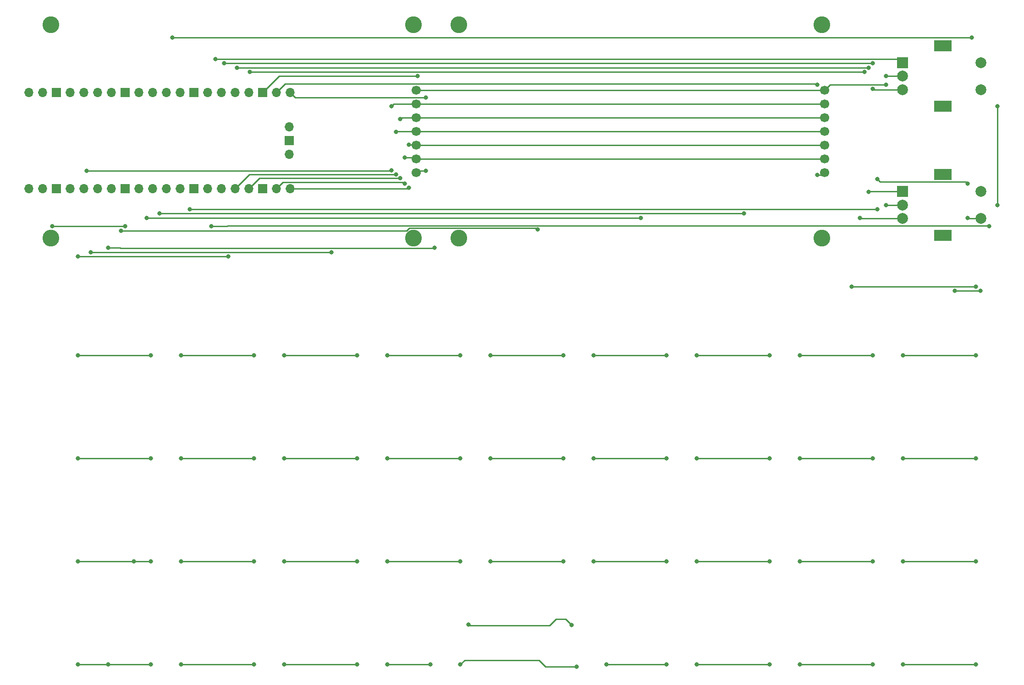
<source format=gbr>
%TF.GenerationSoftware,KiCad,Pcbnew,(6.0.4-0)*%
%TF.CreationDate,2022-09-25T09:44:29-05:00*%
%TF.ProjectId,mekko5X,6d656b6b-6f35-4582-9e6b-696361645f70,rev?*%
%TF.SameCoordinates,Original*%
%TF.FileFunction,Copper,L1,Top*%
%TF.FilePolarity,Positive*%
%FSLAX46Y46*%
G04 Gerber Fmt 4.6, Leading zero omitted, Abs format (unit mm)*
G04 Created by KiCad (PCBNEW (6.0.4-0)) date 2022-09-25 09:44:29*
%MOMM*%
%LPD*%
G01*
G04 APERTURE LIST*
%TA.AperFunction,ComponentPad*%
%ADD10C,3.100000*%
%TD*%
%TA.AperFunction,ComponentPad*%
%ADD11C,1.700000*%
%TD*%
%TA.AperFunction,ComponentPad*%
%ADD12R,2.000000X2.000000*%
%TD*%
%TA.AperFunction,ComponentPad*%
%ADD13C,2.000000*%
%TD*%
%TA.AperFunction,ComponentPad*%
%ADD14R,3.200000X2.000000*%
%TD*%
%TA.AperFunction,ComponentPad*%
%ADD15O,1.700000X1.700000*%
%TD*%
%TA.AperFunction,ComponentPad*%
%ADD16R,1.700000X1.700000*%
%TD*%
%TA.AperFunction,ViaPad*%
%ADD17C,0.800000*%
%TD*%
%TA.AperFunction,Conductor*%
%ADD18C,0.250000*%
%TD*%
G04 APERTURE END LIST*
D10*
%TO.P,U2,*%
%TO.N,*%
X161992500Y-17461250D03*
X94992500Y-17461250D03*
X161992500Y-56961250D03*
X94992500Y-56961250D03*
D11*
%TO.P,U2,1,vss*%
%TO.N,gnd*%
X162492500Y-29591250D03*
%TO.P,U2,2,vdd*%
%TO.N,3v3*%
X162492500Y-32131250D03*
%TO.P,U2,3,sclk*%
%TO.N,sclk*%
X162492500Y-34671250D03*
%TO.P,U2,4,sda*%
%TO.N,sda*%
X162492500Y-37211250D03*
%TO.P,U2,5,res*%
%TO.N,res*%
X162492500Y-39751250D03*
%TO.P,U2,6,dc*%
%TO.N,dc*%
X162492500Y-42291250D03*
%TO.P,U2,7,cs*%
%TO.N,cs2*%
X162492500Y-44831250D03*
%TD*%
D10*
%TO.P,U1,*%
%TO.N,*%
X86586250Y-17461250D03*
X19586250Y-17461250D03*
X86586250Y-56961250D03*
X19586250Y-56961250D03*
D11*
%TO.P,U1,1,vss*%
%TO.N,gnd*%
X87086250Y-29591250D03*
%TO.P,U1,2,vdd*%
%TO.N,3v3*%
X87086250Y-32131250D03*
%TO.P,U1,3,sclk*%
%TO.N,sclk*%
X87086250Y-34671250D03*
%TO.P,U1,4,sda*%
%TO.N,sda*%
X87086250Y-37211250D03*
%TO.P,U1,5,res*%
%TO.N,res*%
X87086250Y-39751250D03*
%TO.P,U1,6,dc*%
%TO.N,dc*%
X87086250Y-42291250D03*
%TO.P,U1,7,cs*%
%TO.N,cs1*%
X87086250Y-44831250D03*
%TD*%
D12*
%TO.P,SW1,A,A*%
%TO.N,a1*%
X176900000Y-24487500D03*
D13*
%TO.P,SW1,B,B*%
%TO.N,b1*%
X176900000Y-29487500D03*
%TO.P,SW1,C,C*%
%TO.N,gnd*%
X176900000Y-26987500D03*
D14*
%TO.P,SW1,MP*%
%TO.N,N/C*%
X184400000Y-32587500D03*
X184400000Y-21387500D03*
D13*
%TO.P,SW1,S1,S1*%
%TO.N,c9*%
X191400000Y-29487500D03*
%TO.P,SW1,S2,S2*%
%TO.N,Net-(D1-Pad2)*%
X191400000Y-24487500D03*
%TD*%
D12*
%TO.P,SW2,A,A*%
%TO.N,a2*%
X176900000Y-48300000D03*
D13*
%TO.P,SW2,B,B*%
%TO.N,b2*%
X176900000Y-53300000D03*
%TO.P,SW2,C,C*%
%TO.N,gnd*%
X176900000Y-50800000D03*
D14*
%TO.P,SW2,MP*%
%TO.N,N/C*%
X184400000Y-56400000D03*
X184400000Y-45200000D03*
D13*
%TO.P,SW2,S1,S1*%
%TO.N,c10*%
X191400000Y-53300000D03*
%TO.P,SW2,S2,S2*%
%TO.N,Net-(D2-Pad2)*%
X191400000Y-48300000D03*
%TD*%
D15*
%TO.P,U3,1,GPIO0*%
%TO.N,c1*%
X15557500Y-30003750D03*
%TO.P,U3,2,GPIO1*%
%TO.N,c2*%
X18097500Y-30003750D03*
D16*
%TO.P,U3,3,GND*%
%TO.N,unconnected-(U3-Pad3)*%
X20637500Y-30003750D03*
D15*
%TO.P,U3,4,GPIO2*%
%TO.N,c3*%
X23177500Y-30003750D03*
%TO.P,U3,5,GPIO3*%
%TO.N,c4*%
X25717500Y-30003750D03*
%TO.P,U3,6,GPIO4*%
%TO.N,c5*%
X28257500Y-30003750D03*
%TO.P,U3,7,GPIO5*%
%TO.N,c6*%
X30797500Y-30003750D03*
D16*
%TO.P,U3,8,GND*%
%TO.N,unconnected-(U3-Pad8)*%
X33337500Y-30003750D03*
D15*
%TO.P,U3,9,GPIO6*%
%TO.N,c7*%
X35877500Y-30003750D03*
%TO.P,U3,10,GPIO7*%
%TO.N,c8*%
X38417500Y-30003750D03*
%TO.P,U3,11,GPIO8*%
%TO.N,c9*%
X40957500Y-30003750D03*
%TO.P,U3,12,GPIO9*%
%TO.N,c10*%
X43497500Y-30003750D03*
D16*
%TO.P,U3,13,GND*%
%TO.N,unconnected-(U3-Pad13)*%
X46037500Y-30003750D03*
D15*
%TO.P,U3,14,GPIO10*%
%TO.N,a1*%
X48577500Y-30003750D03*
%TO.P,U3,15,GPIO11*%
%TO.N,b1*%
X51117500Y-30003750D03*
%TO.P,U3,16,GPIO12*%
%TO.N,a2*%
X53657500Y-30003750D03*
%TO.P,U3,17,GPIO13*%
%TO.N,b2*%
X56197500Y-30003750D03*
D16*
%TO.P,U3,18,GND*%
%TO.N,gnd*%
X58737500Y-30003750D03*
D15*
%TO.P,U3,19,GPIO14*%
%TO.N,cs2*%
X61277500Y-30003750D03*
%TO.P,U3,20,GPIO15*%
%TO.N,cs1*%
X63817500Y-30003750D03*
%TO.P,U3,21,GPIO16*%
%TO.N,res*%
X63817500Y-47783750D03*
%TO.P,U3,22,GPIO17*%
%TO.N,dc*%
X61277500Y-47783750D03*
D16*
%TO.P,U3,23,GND*%
%TO.N,gnd*%
X58737500Y-47783750D03*
D15*
%TO.P,U3,24,GPIO18*%
%TO.N,sclk*%
X56197500Y-47783750D03*
%TO.P,U3,25,GPIO19*%
%TO.N,sda*%
X53657500Y-47783750D03*
%TO.P,U3,26,GPIO20*%
%TO.N,unconnected-(U3-Pad26)*%
X51117500Y-47783750D03*
%TO.P,U3,27,GPIO21*%
%TO.N,r1*%
X48577500Y-47783750D03*
D16*
%TO.P,U3,28,GND*%
%TO.N,unconnected-(U3-Pad28)*%
X46037500Y-47783750D03*
D15*
%TO.P,U3,29,GPIO22*%
%TO.N,r2*%
X43497500Y-47783750D03*
%TO.P,U3,30,RUN*%
%TO.N,unconnected-(U3-Pad30)*%
X40957500Y-47783750D03*
%TO.P,U3,31,GPIO26_ADC0*%
%TO.N,r3*%
X38417500Y-47783750D03*
%TO.P,U3,32,GPIO27_ADC1*%
%TO.N,r4*%
X35877500Y-47783750D03*
D16*
%TO.P,U3,33,AGND*%
%TO.N,unconnected-(U3-Pad33)*%
X33337500Y-47783750D03*
D15*
%TO.P,U3,34,GPIO28_ADC2*%
%TO.N,r5*%
X30797500Y-47783750D03*
%TO.P,U3,35,ADC_VREF*%
%TO.N,unconnected-(U3-Pad35)*%
X28257500Y-47783750D03*
%TO.P,U3,36,3V3*%
%TO.N,3v3*%
X25717500Y-47783750D03*
%TO.P,U3,37,3V3_EN*%
%TO.N,unconnected-(U3-Pad37)*%
X23177500Y-47783750D03*
D16*
%TO.P,U3,38,GND*%
%TO.N,unconnected-(U3-Pad38)*%
X20637500Y-47783750D03*
D15*
%TO.P,U3,39,VSYS*%
%TO.N,unconnected-(U3-Pad39)*%
X18097500Y-47783750D03*
%TO.P,U3,40,VBUS*%
%TO.N,unconnected-(U3-Pad40)*%
X15557500Y-47783750D03*
%TO.P,U3,41,SWCLK*%
%TO.N,unconnected-(U3-Pad41)*%
X63587500Y-36353750D03*
D16*
%TO.P,U3,42,GND*%
%TO.N,unconnected-(U3-Pad42)*%
X63587500Y-38893750D03*
D15*
%TO.P,U3,43,SWDIO*%
%TO.N,unconnected-(U3-Pad43)*%
X63587500Y-41433750D03*
%TD*%
D17*
%TO.N,cs2*%
X161131250Y-45243750D03*
X161131250Y-28575000D03*
%TO.N,cs1*%
X88900000Y-44450000D03*
%TO.N,gnd*%
X173831250Y-28575000D03*
%TO.N,cs1*%
X88900000Y-30956250D03*
%TO.N,res*%
X85725000Y-39687500D03*
%TO.N,dc*%
X84931250Y-42068750D03*
%TO.N,sclk*%
X84137500Y-34925000D03*
%TO.N,3v3*%
X82550000Y-32543750D03*
%TO.N,gnd*%
X87312500Y-26987500D03*
%TO.N,r1*%
X194468750Y-50800000D03*
X192881250Y-54768750D03*
X49212500Y-54768750D03*
X194468750Y-32543750D03*
%TO.N,r2*%
X24606250Y-78581250D03*
X152400000Y-78581250D03*
X76200000Y-78581250D03*
X133350000Y-78581250D03*
X81756250Y-78581250D03*
X57150000Y-78581250D03*
X119856250Y-78581250D03*
X177006250Y-78581250D03*
X190500000Y-78581250D03*
X114300000Y-78581250D03*
X43656250Y-78581250D03*
X62706250Y-78581250D03*
X157956250Y-78581250D03*
X100806250Y-78581250D03*
X171450000Y-78581250D03*
X138906250Y-78581250D03*
X95250000Y-78581250D03*
X38100000Y-78581250D03*
%TO.N,r3*%
X157956250Y-97631250D03*
X95250000Y-97631250D03*
X152400000Y-97631250D03*
X138906250Y-97631250D03*
X57150000Y-97631250D03*
X76200000Y-97631250D03*
X133350000Y-97631250D03*
X119856250Y-97631250D03*
X114300000Y-97631250D03*
X190500000Y-97631250D03*
X177006250Y-97631250D03*
X81756250Y-97631250D03*
X171450000Y-97631250D03*
X100806250Y-97631250D03*
X43656250Y-97631250D03*
X24606250Y-97631250D03*
X62706250Y-97631250D03*
X38100000Y-97631250D03*
%TO.N,r4*%
X177006250Y-116681250D03*
X76200000Y-116681250D03*
X119856250Y-116681250D03*
X81756250Y-116681250D03*
X190500000Y-116681250D03*
X171450000Y-116681250D03*
X57150000Y-116681250D03*
X34925000Y-116681250D03*
X100806250Y-116681250D03*
X43656250Y-116681250D03*
X38100000Y-116681250D03*
X138906250Y-116681250D03*
X133350000Y-116681250D03*
X24606250Y-116681250D03*
X62706250Y-116681250D03*
X114300000Y-116681250D03*
X95250000Y-116681250D03*
X152400000Y-116681250D03*
X157956250Y-116681250D03*
%TO.N,r5*%
X89693750Y-135731250D03*
X152400000Y-135731250D03*
X76200000Y-135731250D03*
X62706250Y-135731250D03*
X30162500Y-135731250D03*
X57150000Y-135731250D03*
X171450000Y-135731250D03*
X157956250Y-135731250D03*
X81756250Y-135731250D03*
X122237500Y-135731250D03*
X116681250Y-136152002D03*
X43656250Y-135731250D03*
X190500000Y-135731250D03*
X38100000Y-135731250D03*
X24606250Y-135731250D03*
X138906250Y-135731250D03*
X95250000Y-135731250D03*
X133350000Y-135731250D03*
X177006250Y-135731250D03*
%TO.N,a1*%
X50006250Y-23812500D03*
%TO.N,b1*%
X171450000Y-29368750D03*
X51593750Y-24606250D03*
X171450000Y-24606250D03*
%TO.N,gnd*%
X173831250Y-50800000D03*
X173831250Y-26987500D03*
%TO.N,c9*%
X189706250Y-19843750D03*
X190500000Y-65881250D03*
X167481250Y-65881250D03*
X42068750Y-19843750D03*
%TO.N,a2*%
X170656250Y-25400000D03*
X170656250Y-48418750D03*
X53975000Y-25400000D03*
%TO.N,b2*%
X169068750Y-53181250D03*
X56356250Y-26193750D03*
X169862500Y-26193750D03*
%TO.N,c10*%
X191293750Y-66675000D03*
X172243750Y-51593750D03*
X45243750Y-51593750D03*
X188912500Y-46831250D03*
X186531250Y-66675000D03*
X188912500Y-53181250D03*
X172243750Y-46037500D03*
%TO.N,c2*%
X33337500Y-54768750D03*
X19843750Y-54768750D03*
%TO.N,c3*%
X52387500Y-60325000D03*
X24606250Y-60325000D03*
%TO.N,c4*%
X26987500Y-59531250D03*
X71437500Y-59560261D03*
%TO.N,c5*%
X30162500Y-58737500D03*
X96724215Y-128395596D03*
X90487500Y-58737500D03*
X115761456Y-128435499D03*
%TO.N,c6*%
X109537500Y-55349011D03*
X32543750Y-55562500D03*
%TO.N,c7*%
X128587500Y-53181250D03*
X37306250Y-53181250D03*
%TO.N,c8*%
X39687500Y-52387500D03*
X147637500Y-52387500D03*
%TO.N,3v3*%
X26193750Y-44450000D03*
X82550000Y-44435739D03*
%TO.N,sclk*%
X84137500Y-45884739D03*
%TO.N,sda*%
X83343750Y-37306250D03*
X83343750Y-45160239D03*
%TO.N,res*%
X85725000Y-47625000D03*
%TO.N,dc*%
X84931250Y-46831250D03*
%TD*%
D18*
%TO.N,cs2*%
X62864511Y-28416739D02*
X160972989Y-28416739D01*
X160972989Y-28416739D02*
X161131250Y-28575000D01*
X162080000Y-45243750D02*
X162492500Y-44831250D01*
X161131250Y-45243750D02*
X162080000Y-45243750D01*
%TO.N,cs1*%
X88900000Y-44450000D02*
X87467500Y-44450000D01*
X87467500Y-44450000D02*
X87086250Y-44831250D01*
%TO.N,gnd*%
X162492500Y-29591250D02*
X163508750Y-28575000D01*
X163508750Y-28575000D02*
X173831250Y-28575000D01*
X87086250Y-29591250D02*
X162492500Y-29591250D01*
%TO.N,cs1*%
X64770000Y-30956250D02*
X88900000Y-30956250D01*
X63817500Y-30003750D02*
X64770000Y-30956250D01*
%TO.N,res*%
X85725000Y-39687500D02*
X87022500Y-39687500D01*
X87022500Y-39687500D02*
X87086250Y-39751250D01*
%TO.N,dc*%
X86863750Y-42068750D02*
X87086250Y-42291250D01*
X84931250Y-42068750D02*
X86863750Y-42068750D01*
%TO.N,sclk*%
X84137500Y-34925000D02*
X84391250Y-34671250D01*
X84391250Y-34671250D02*
X87086250Y-34671250D01*
%TO.N,3v3*%
X82962500Y-32131250D02*
X87086250Y-32131250D01*
X82550000Y-32543750D02*
X82962500Y-32131250D01*
%TO.N,gnd*%
X61753750Y-26987500D02*
X87312500Y-26987500D01*
X58737500Y-30003750D02*
X61753750Y-26987500D01*
%TO.N,3v3*%
X87086250Y-32131250D02*
X162492500Y-32131250D01*
%TO.N,r1*%
X52243261Y-54624511D02*
X192737011Y-54624511D01*
X52099022Y-54768750D02*
X52243261Y-54624511D01*
X192737011Y-54624511D02*
X192881250Y-54768750D01*
X194468750Y-32543750D02*
X194468750Y-50800000D01*
X49212500Y-54768750D02*
X52099022Y-54768750D01*
%TO.N,r2*%
X95250000Y-78581250D02*
X81756250Y-78581250D01*
X76200000Y-78581250D02*
X62706250Y-78581250D01*
X171450000Y-78581250D02*
X157956250Y-78581250D01*
X133350000Y-78581250D02*
X119856250Y-78581250D01*
X57150000Y-78581250D02*
X43656250Y-78581250D01*
X114300000Y-78581250D02*
X100806250Y-78581250D01*
X38100000Y-78581250D02*
X24606250Y-78581250D01*
X152400000Y-78581250D02*
X138906250Y-78581250D01*
X190500000Y-78581250D02*
X177006250Y-78581250D01*
%TO.N,r3*%
X24606250Y-97631250D02*
X38100000Y-97631250D01*
X100806250Y-97631250D02*
X114300000Y-97631250D01*
X119856250Y-97631250D02*
X133350000Y-97631250D01*
X81756250Y-97631250D02*
X95250000Y-97631250D01*
X177006250Y-97631250D02*
X190500000Y-97631250D01*
X62706250Y-97631250D02*
X76200000Y-97631250D01*
X138906250Y-97631250D02*
X152400000Y-97631250D01*
X157956250Y-97631250D02*
X171450000Y-97631250D01*
X43656250Y-97631250D02*
X57150000Y-97631250D01*
%TO.N,r4*%
X43656250Y-116681250D02*
X57150000Y-116681250D01*
X62706250Y-116681250D02*
X76200000Y-116681250D01*
X100806250Y-116681250D02*
X114300000Y-116681250D01*
X119856250Y-116681250D02*
X133350000Y-116681250D01*
X81756250Y-116681250D02*
X95250000Y-116681250D01*
X157956250Y-116681250D02*
X171450000Y-116681250D01*
X177006250Y-116681250D02*
X190500000Y-116681250D01*
X138906250Y-116681250D02*
X152400000Y-116681250D01*
X24606250Y-116681250D02*
X38100000Y-116681250D01*
%TO.N,r5*%
X30162500Y-135731250D02*
X24606250Y-135731250D01*
X122237500Y-135731250D02*
X133350000Y-135731250D01*
X95250000Y-135731250D02*
X96013271Y-134967979D01*
X96013271Y-134967979D02*
X109774505Y-134967979D01*
X116656231Y-136177021D02*
X116681250Y-136152002D01*
X110983547Y-136177021D02*
X116656231Y-136177021D01*
X62706250Y-135731250D02*
X76200000Y-135731250D01*
X157956250Y-135731250D02*
X171450000Y-135731250D01*
X109774505Y-134967979D02*
X110983547Y-136177021D01*
X177006250Y-135731250D02*
X190500000Y-135731250D01*
X81756250Y-135731250D02*
X89693750Y-135731250D01*
X43656250Y-135731250D02*
X57150000Y-135731250D01*
X138906250Y-135731250D02*
X152400000Y-135731250D01*
X30162500Y-135731250D02*
X38100000Y-135731250D01*
%TO.N,a1*%
X50006250Y-23812500D02*
X176225000Y-23812500D01*
X176225000Y-23812500D02*
X176900000Y-24487500D01*
%TO.N,b1*%
X171450000Y-29368750D02*
X171568750Y-29487500D01*
X171568750Y-29487500D02*
X176900000Y-29487500D01*
X51593750Y-24606250D02*
X171450000Y-24606250D01*
%TO.N,gnd*%
X173831250Y-50800000D02*
X176900000Y-50800000D01*
X173831250Y-26987500D02*
X176900000Y-26987500D01*
%TO.N,c9*%
X42068750Y-19843750D02*
X189706250Y-19843750D01*
X167481250Y-65881250D02*
X190500000Y-65881250D01*
%TO.N,a2*%
X53975000Y-25400000D02*
X170656250Y-25400000D01*
X170775000Y-48300000D02*
X176900000Y-48300000D01*
X170656250Y-48418750D02*
X170775000Y-48300000D01*
%TO.N,b2*%
X169187500Y-53300000D02*
X176900000Y-53300000D01*
X169068750Y-53181250D02*
X169187500Y-53300000D01*
X56356250Y-26193750D02*
X169862500Y-26193750D01*
%TO.N,c10*%
X189031250Y-53300000D02*
X191400000Y-53300000D01*
X172243750Y-46037500D02*
X172730761Y-46524511D01*
X188912500Y-53181250D02*
X189031250Y-53300000D01*
X45243750Y-51593750D02*
X172243750Y-51593750D01*
X172730761Y-46524511D02*
X188605761Y-46524511D01*
X188605761Y-46524511D02*
X188912500Y-46831250D01*
X186531250Y-66675000D02*
X191293750Y-66675000D01*
%TO.N,c2*%
X19843750Y-54768750D02*
X33337500Y-54768750D01*
%TO.N,c3*%
X24606250Y-60325000D02*
X52387500Y-60325000D01*
%TO.N,c4*%
X26987500Y-59531250D02*
X71408489Y-59531250D01*
X71408489Y-59531250D02*
X71437500Y-59560261D01*
%TO.N,c5*%
X30162500Y-58737500D02*
X32347228Y-58737500D01*
X32347228Y-58737500D02*
X32445489Y-58835761D01*
X90389239Y-58835761D02*
X90487500Y-58737500D01*
X96885640Y-128557021D02*
X111679505Y-128557021D01*
X112888547Y-127347979D02*
X114673936Y-127347979D01*
X114673936Y-127347979D02*
X115761456Y-128435499D01*
X111679505Y-128557021D02*
X112888547Y-127347979D01*
X32445489Y-58835761D02*
X90389239Y-58835761D01*
X96724215Y-128395596D02*
X96885640Y-128557021D01*
%TO.N,c6*%
X85334040Y-55562500D02*
X85822509Y-55074031D01*
X109262520Y-55074031D02*
X109537500Y-55349011D01*
X32543750Y-55562500D02*
X85334040Y-55562500D01*
X85822509Y-55074031D02*
X109262520Y-55074031D01*
%TO.N,c7*%
X37306250Y-53181250D02*
X128587500Y-53181250D01*
%TO.N,c8*%
X39687500Y-52387500D02*
X147637500Y-52387500D01*
%TO.N,3v3*%
X82535739Y-44450000D02*
X82550000Y-44435739D01*
%TO.N,dc*%
X87086250Y-42291250D02*
X162492500Y-42291250D01*
%TO.N,3v3*%
X26193750Y-44450000D02*
X82535739Y-44450000D01*
%TO.N,sclk*%
X56197500Y-47783750D02*
X58096511Y-45884739D01*
%TO.N,res*%
X87086250Y-39751250D02*
X162492500Y-39751250D01*
%TO.N,sclk*%
X58096511Y-45884739D02*
X84137500Y-45884739D01*
%TO.N,sda*%
X53657500Y-47783750D02*
X56281011Y-45160239D01*
X83438750Y-37211250D02*
X87086250Y-37211250D01*
X56281011Y-45160239D02*
X83343750Y-45160239D01*
X83343750Y-37306250D02*
X83438750Y-37211250D01*
X87086250Y-37211250D02*
X162492500Y-37211250D01*
%TO.N,res*%
X63817500Y-47783750D02*
X85566250Y-47783750D01*
X85566250Y-47783750D02*
X85725000Y-47625000D01*
%TO.N,sclk*%
X87086250Y-34671250D02*
X162492500Y-34671250D01*
%TO.N,dc*%
X61277500Y-47783750D02*
X62452011Y-46609239D01*
X62452011Y-46609239D02*
X84709239Y-46609239D01*
X84709239Y-46609239D02*
X84931250Y-46831250D01*
%TO.N,cs2*%
X61277500Y-30003750D02*
X62864511Y-28416739D01*
%TD*%
M02*

</source>
